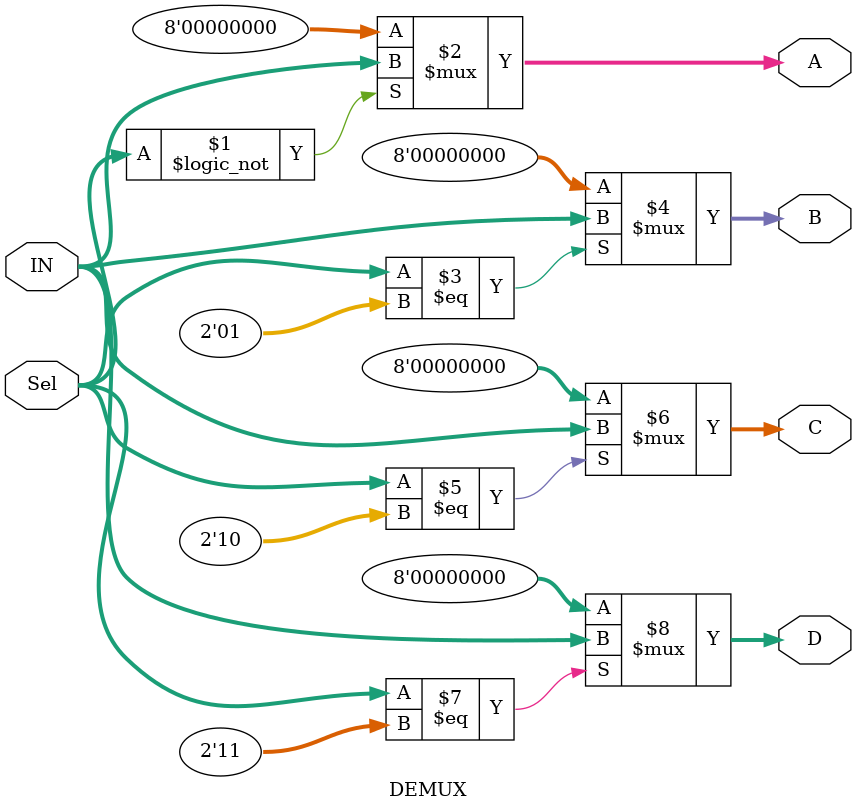
<source format=v>
`timescale 1ns/1ps

module DEMUX(
    A,B,C,D,
    IN,
    Sel
);

  input [7:0] IN;
  input [1:0] Sel;
  output reg [7:0]A,B,C,D;

  assign A=(Sel==2'h0)?IN:8'h00;
  assign B=(Sel==2'h1)?IN:8'h00;
  assign C=(Sel==2'h2)?IN:8'h00;
  assign D=(Sel==2'h3)?IN:8'h00;
  

endmodule
</source>
